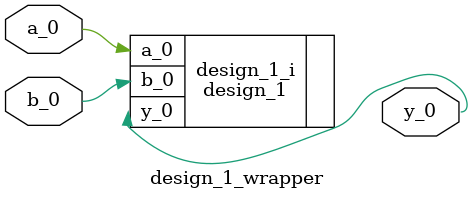
<source format=v>
`timescale 1 ps / 1 ps

module design_1_wrapper
   (a_0,
    b_0,
    y_0);
  input a_0;
  input b_0;
  output y_0;

  wire a_0;
  wire b_0;
  wire y_0;

  design_1 design_1_i
       (.a_0(a_0),
        .b_0(b_0),
        .y_0(y_0));
endmodule

</source>
